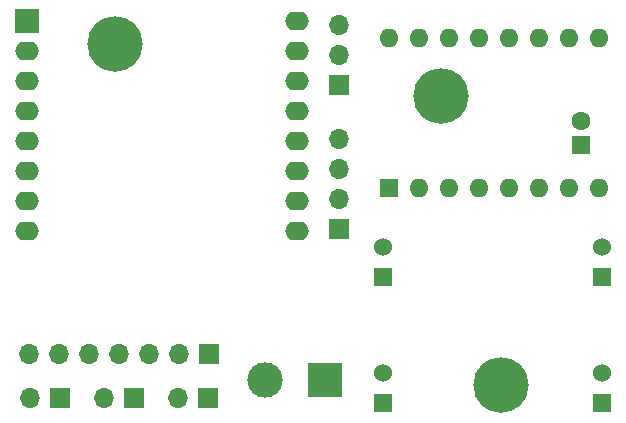
<source format=gbs>
%TF.GenerationSoftware,KiCad,Pcbnew,6.0.2+dfsg-1*%
%TF.CreationDate,2022-08-03T16:07:21+02:00*%
%TF.ProjectId,EspStepperV1,45737053-7465-4707-9065-7256312e6b69,rev?*%
%TF.SameCoordinates,Original*%
%TF.FileFunction,Soldermask,Bot*%
%TF.FilePolarity,Negative*%
%FSLAX46Y46*%
G04 Gerber Fmt 4.6, Leading zero omitted, Abs format (unit mm)*
G04 Created by KiCad (PCBNEW 6.0.2+dfsg-1) date 2022-08-03 16:07:21*
%MOMM*%
%LPD*%
G01*
G04 APERTURE LIST*
%ADD10C,1.600000*%
%ADD11R,1.600000X1.600000*%
%ADD12R,2.000000X2.000000*%
%ADD13O,2.000000X1.600000*%
%ADD14C,1.524000*%
%ADD15R,1.524000X1.524000*%
%ADD16O,1.600000X1.600000*%
%ADD17R,1.700000X1.700000*%
%ADD18O,1.700000X1.700000*%
%ADD19R,3.000000X3.000000*%
%ADD20C,3.000000*%
%ADD21C,3.100000*%
%ADD22C,4.700000*%
G04 APERTURE END LIST*
D10*
%TO.C,C1*%
X94500000Y-84355113D03*
D11*
X94500000Y-86355113D03*
%TD*%
D12*
%TO.C,WeMos_D1*%
X47555000Y-75910000D03*
D13*
X47555000Y-78450000D03*
X47555000Y-80990000D03*
X47555000Y-83530000D03*
X47555000Y-86070000D03*
X47555000Y-88610000D03*
X47555000Y-91150000D03*
X47555000Y-93690000D03*
X70415000Y-93690000D03*
X70415000Y-91150000D03*
X70415000Y-88610000D03*
X70415000Y-86070000D03*
X70415000Y-83530000D03*
X70415000Y-80990000D03*
X70415000Y-78450000D03*
X70415000Y-75910000D03*
%TD*%
D14*
%TO.C,MT1584*%
X77729000Y-94996000D03*
D15*
X77729000Y-108204000D03*
D14*
X96271000Y-94996000D03*
D15*
X96271000Y-108204000D03*
X96271000Y-97536000D03*
X77729000Y-97536000D03*
D14*
X77729000Y-105664000D03*
X96271000Y-105664000D03*
%TD*%
D16*
%TO.C,A4988*%
X78210000Y-77340000D03*
X80750000Y-77340000D03*
X83290000Y-77340000D03*
X85830000Y-77340000D03*
X88370000Y-77340000D03*
X90910000Y-77340000D03*
X93450000Y-77340000D03*
X95990000Y-77340000D03*
X95990000Y-90040000D03*
X93450000Y-90040000D03*
X90910000Y-90040000D03*
X88370000Y-90040000D03*
X85830000Y-90040000D03*
X83290000Y-90040000D03*
X80750000Y-90040000D03*
D11*
X78210000Y-90040000D03*
%TD*%
D17*
%TO.C,J4*%
X74000000Y-81325000D03*
D18*
X74000000Y-78785000D03*
X74000000Y-76245000D03*
%TD*%
D17*
%TO.C,J7*%
X62900000Y-107800000D03*
D18*
X60360000Y-107800000D03*
%TD*%
D17*
%TO.C,J1*%
X63000000Y-104100000D03*
D18*
X60460000Y-104100000D03*
X57920000Y-104100000D03*
X55380000Y-104100000D03*
X52840000Y-104100000D03*
X50300000Y-104100000D03*
X47760000Y-104100000D03*
%TD*%
D19*
%TO.C,J5*%
X72790000Y-106250000D03*
D20*
X67710000Y-106250000D03*
%TD*%
D17*
%TO.C,J6*%
X50400000Y-107800000D03*
D18*
X47860000Y-107800000D03*
%TD*%
D17*
%TO.C,J3*%
X74000000Y-93500000D03*
D18*
X74000000Y-90960000D03*
X74000000Y-88420000D03*
X74000000Y-85880000D03*
%TD*%
%TO.C,J2*%
X54060000Y-107800000D03*
D17*
X56600000Y-107800000D03*
%TD*%
D21*
%TO.C,H3*%
X55000000Y-77800000D03*
D22*
X55000000Y-77800000D03*
%TD*%
%TO.C,H2*%
X87700000Y-106700000D03*
D21*
X87700000Y-106700000D03*
%TD*%
D22*
%TO.C,H1*%
X82600000Y-82200000D03*
D21*
X82600000Y-82200000D03*
%TD*%
M02*

</source>
